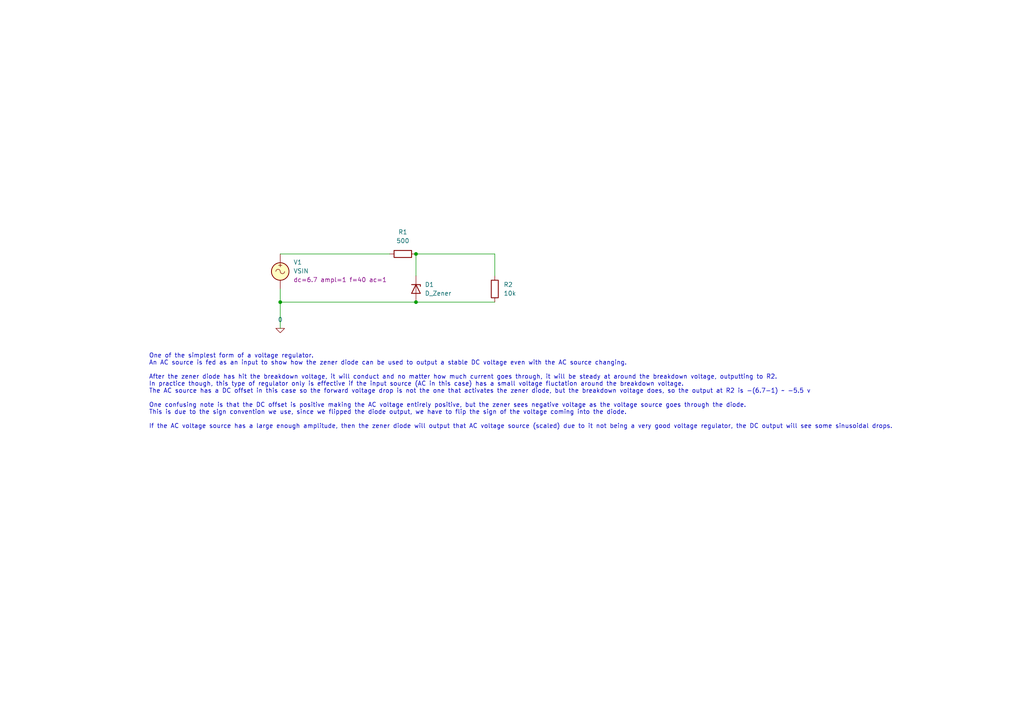
<source format=kicad_sch>
(kicad_sch (version 20230121) (generator eeschema)
  (paper "A4")
  (lib_symbols
    (symbol "Device:D_Zener" (pin_numbers hide) (pin_names (offset 1.016) hide)
      (property "Reference" "D" (at 0 2.54 0))
      (property "Value" "D_Zener" (at 0 -2.54 0))
      (symbol "D_Zener_0_1"
        (polyline (pts (xy 1.27 0) (xy -1.27 0)))
        (polyline (pts (xy -1.27 -1.27) (xy -1.27 1.27) (xy -0.762 1.27)) (stroke (width 0.254)))
        (polyline (pts (xy 1.27 -1.27) (xy 1.27 1.27) (xy -1.27 0) (xy 1.27 -1.27)) (stroke (width 0.254)))
      )
      (symbol "D_Zener_1_1"
        (pin passive line (at -3.81 0 0) (length 2.54) (name "K") (number "1"))
        (pin passive line (at 3.81 0 180) (length 2.54) (name "A") (number "2"))
      )
    )
    (symbol "Device:R" (pin_numbers hide) (pin_names (offset 0))
      (property "Reference" "R" (at 2.032 0 90))
      (property "Value" "R" (at 0 0 90))
      (symbol "R_0_1"
        (rectangle (start -1.016 -2.54) (end 1.016 2.54) (stroke (width 0.254)))
      )
      (symbol "R_1_1"
        (pin passive line (at 0 3.81 270) (length 1.27) (name "~") (number "1"))
        (pin passive line (at 0 -3.81 90) (length 1.27) (name "~") (number "2"))
      )
    )
    (symbol "Simulation_SPICE:0" (power) (pin_names (offset 0))
      (property "Value" "0" (at 0 -1.778 0))
      (symbol "0_0_1"
        (polyline (pts (xy -1.27 0) (xy 0 -1.27) (xy 1.27 0) (xy -1.27 0)))
      )
      (symbol "0_1_1"
        (pin power_in line (at 0 0 0) (length 0) hide (name "0") (number "1"))
      )
    )
    (symbol "Simulation_SPICE:VSIN" (pin_numbers hide) (pin_names (offset 0.0254))
      (property "Reference" "V" (at 2.54 2.54 0))
      (property "Value" "VSIN" (at 2.54 0 0))
      (property "Sim.Params" "dc=0 ampl=1 f=1k ac=1" (at 2.54 -2.54 0))
      (symbol "VSIN_0_0"
        (arc (start 0 0) (mid -0.635 0.6323) (end -1.27 0))
        (arc (start 0 0) (mid 0.635 -0.6323) (end 1.27 0))
        (text "+" (at 0 1.905 0) (effects (font (size 1.27 1.27))))
      )
      (symbol "VSIN_0_1"
        (circle (center 0 0) (radius 2.54) (stroke (width 0.254)) (fill (type background)))
      )
      (symbol "VSIN_1_1"
        (pin passive line (at 0 5.08 270) (length 2.54) (name "~") (number "1"))
        (pin passive line (at 0 -5.08 90) (length 2.54) (name "~") (number "2"))
      )
    )
  )
  (junction (at 120.65 87.63))
  (junction (at 81.28 87.63))
  (junction (at 120.65 73.66))
  (wire (pts (xy 81.28 83.82) (xy 81.28 87.63)))
  (wire (pts (xy 120.65 87.63) (xy 143.51 87.63)))
  (wire (pts (xy 120.65 73.66) (xy 120.65 80.01)))
  (wire (pts (xy 143.51 73.66) (xy 143.51 80.01)))
  (wire (pts (xy 120.65 73.66) (xy 143.51 73.66)))
  (wire (pts (xy 81.28 87.63) (xy 81.28 95.25)))
  (wire (pts (xy 81.28 73.66) (xy 113.03 73.66)))
  (wire (pts (xy 120.65 87.63) (xy 81.28 87.63)))
  (text "One of the simplest form of a voltage regulator.\nAn AC source is fed as an input to show how the zener diode can be used to output a stable DC voltage even with the AC source changing.\n\nAfter the zener diode has hit the breakdown voltage, it will conduct and no matter how much current goes through, it will be steady at around the breakdown voltage, outputting to R2.\nIn practice though, this type of regulator only is effective if the input source (AC in this case) has a small voltage fluctation around the breakdown voltage.\nThe AC source has a DC offset in this case so the forward voltage drop is not the one that activates the zener diode, but the breakdown voltage does, so the output at R2 is -(6.7-1) ~ -5.5 v\n\nOne confusing note is that the DC offset is positive making the AC voltage entirely positive, but the zener sees negative voltage as the voltage source goes through the diode.\nThis is due to the sign convention we use, since we flipped the diode output, we have to flip the sign of the voltage coming into the diode.\n\nIf the AC voltage source has a large enough amplitude, then the zener diode will output that AC voltage source (scaled) due to it not being a very good voltage regulator, the DC output will see some sinusoidal drops." (at 43.18 124.46 0) (effects (font (size 1.27 1.27)) (justify left bottom)))
  (symbol (lib_id "Device:R") (at 116.84 73.66 90) (unit 1)
    (property "Reference" "R1" (at 116.84 67.31 90))
    (property "Value" "500" (at 116.84 69.85 90))
  )
  (symbol (lib_id "Device:D_Zener") (at 120.65 83.82 270) (unit 1)
    (property "Reference" "D1" (at 123.19 82.55 90) (effects (justify left)))
    (property "Value" "D_Zener" (at 123.19 85.09 90) (effects (justify left)))
  )
  (symbol (lib_id "Device:R") (at 143.51 83.82 0) (unit 1)
    (property "Reference" "R2" (at 146.05 82.55 0) (effects (justify left)))
    (property "Value" "10k" (at 146.05 85.09 0) (effects (justify left)))
  )
  (symbol (lib_id "Simulation_SPICE:VSIN") (at 81.28 78.74 0) (unit 1)
    (property "Reference" "V1" (at 85.09 76.0702 0) (effects (justify left)))
    (property "Value" "VSIN" (at 85.09 78.6102 0) (effects (justify left)))
    (property "Sim.Pins" "1=+ 2=-" (effects hide))
    (property "Sim.Params" "dc=6.7 ampl=1 f=40 ac=1" (at 85.09 81.1502 0) (effects (justify left)))
    (property "Sim.Type" "SIN" (effects hide))
    (property "Sim.Device" "V" (effects hide))
  )
  (symbol (lib_id "Simulation_SPICE:0") (at 81.28 95.25 0) (unit 1)
    (property "Reference" "#GND01" (effects hide))
    (property "Value" "0" (at 81.28 92.71 0))
  )
)
</source>
